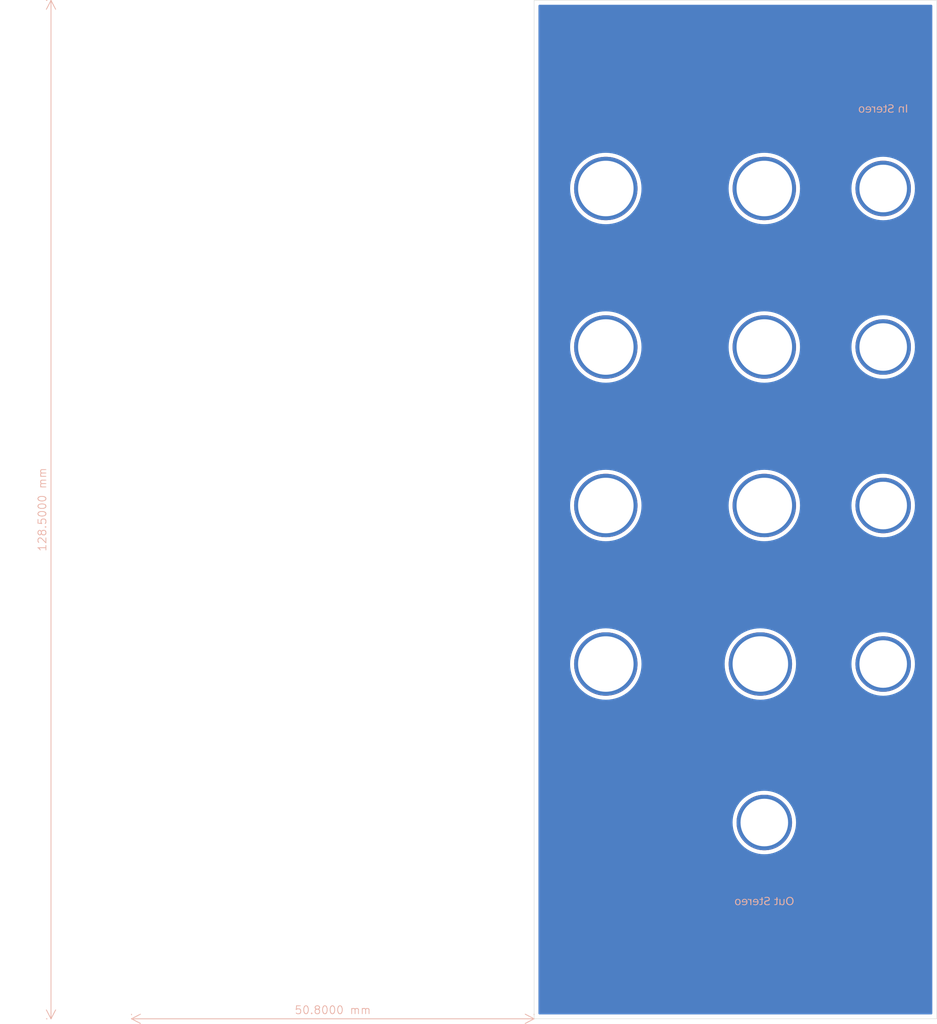
<source format=kicad_pcb>
(kicad_pcb
	(version 20240108)
	(generator "pcbnew")
	(generator_version "8.0")
	(general
		(thickness 1.6)
		(legacy_teardrops no)
	)
	(paper "A4")
	(layers
		(0 "F.Cu" signal)
		(31 "B.Cu" signal)
		(32 "B.Adhes" user "B.Adhesive")
		(33 "F.Adhes" user "F.Adhesive")
		(34 "B.Paste" user)
		(35 "F.Paste" user)
		(36 "B.SilkS" user "B.Silkscreen")
		(37 "F.SilkS" user "F.Silkscreen")
		(38 "B.Mask" user)
		(39 "F.Mask" user)
		(40 "Dwgs.User" user "User.Drawings")
		(41 "Cmts.User" user "User.Comments")
		(42 "Eco1.User" user "User.Eco1")
		(43 "Eco2.User" user "User.Eco2")
		(44 "Edge.Cuts" user)
		(45 "Margin" user)
		(46 "B.CrtYd" user "B.Courtyard")
		(47 "F.CrtYd" user "F.Courtyard")
		(48 "B.Fab" user)
		(49 "F.Fab" user)
		(50 "User.1" user)
		(51 "User.2" user)
		(52 "User.3" user)
		(53 "User.4" user)
		(54 "User.5" user)
		(55 "User.6" user)
		(56 "User.7" user)
		(57 "User.8" user)
		(58 "User.9" user)
	)
	(setup
		(pad_to_mask_clearance 0)
		(allow_soldermask_bridges_in_footprints no)
		(grid_origin 156.85 61.735)
		(pcbplotparams
			(layerselection 0x00010f0_ffffffff)
			(plot_on_all_layers_selection 0x0000000_00000000)
			(disableapertmacros no)
			(usegerberextensions no)
			(usegerberattributes yes)
			(usegerberadvancedattributes yes)
			(creategerberjobfile yes)
			(dashed_line_dash_ratio 12.000000)
			(dashed_line_gap_ratio 3.000000)
			(svgprecision 4)
			(plotframeref no)
			(viasonmask no)
			(mode 1)
			(useauxorigin no)
			(hpglpennumber 1)
			(hpglpenspeed 20)
			(hpglpendiameter 15.000000)
			(pdf_front_fp_property_popups yes)
			(pdf_back_fp_property_popups yes)
			(dxfpolygonmode yes)
			(dxfimperialunits yes)
			(dxfusepcbnewfont yes)
			(psnegative no)
			(psa4output no)
			(plotreference yes)
			(plotvalue yes)
			(plotfptext yes)
			(plotinvisibletext no)
			(sketchpadsonfab no)
			(subtractmaskfromsilk no)
			(outputformat 1)
			(mirror no)
			(drillshape 0)
			(scaleselection 1)
			(outputdirectory "Gerber/")
		)
	)
	(net 0 "")
	(net 1 "GND")
	(gr_rect
		(start 112.8 38)
		(end 163.6 166.5)
		(stroke
			(width 0.05)
			(type default)
		)
		(fill none)
		(layer "Edge.Cuts")
		(uuid "9d545d72-fdea-4988-afad-021671dfbb0c")
	)
	(gr_rect
		(start 112.8 38)
		(end 163.6 166.5)
		(stroke
			(width 0.1)
			(type default)
		)
		(fill none)
		(layer "Margin")
		(uuid "8592db5d-ecc8-4e5a-ad97-624995459fb9")
	)
	(gr_circle
		(center 141.85 141.735)
		(end 144.85 141.735)
		(stroke
			(width 0.1)
			(type default)
		)
		(fill none)
		(layer "User.9")
		(uuid "1a7a8a5b-abe3-4e28-8340-a9194ec5e69f")
	)
	(gr_circle
		(center 156.85 121.735)
		(end 159.85 121.735)
		(stroke
			(width 0.1)
			(type default)
		)
		(fill none)
		(layer "User.9")
		(uuid "281443c2-d3fb-4a5d-a789-54c4e8f7ec3e")
	)
	(gr_circle
		(center 141.85 121.735)
		(end 145.35 121.735)
		(stroke
			(width 0.1)
			(type default)
		)
		(fill none)
		(layer "User.9")
		(uuid "2a776a6b-a1f0-47c2-93e1-39a73cd85c6e")
	)
	(gr_circle
		(center 156.85 101.735)
		(end 159.85 101.735)
		(stroke
			(width 0.1)
			(type default)
		)
		(fill none)
		(layer "User.9")
		(uuid "2bdee25a-9e2b-411b-a9c1-66533529619f")
	)
	(gr_circle
		(center 121.85 121.735)
		(end 125.35 121.735)
		(stroke
			(width 0.1)
			(type default)
		)
		(fill none)
		(layer "User.9")
		(uuid "450cbd94-7dbb-41ad-992a-8c8f11aefac4")
	)
	(gr_circle
		(center 141.85 81.735)
		(end 145.35 81.735)
		(stroke
			(width 0.1)
			(type default)
		)
		(fill none)
		(layer "User.9")
		(uuid "5b438220-4e30-4480-8eb9-1149650e5a51")
	)
	(gr_circle
		(center 141.85 61.735)
		(end 145.35 61.735)
		(stroke
			(width 0.1)
			(type default)
		)
		(fill none)
		(layer "User.9")
		(uuid "5dfc9ba0-0494-4253-ab52-172487b890db")
	)
	(gr_circle
		(center 121.85 81.735)
		(end 125.35 81.735)
		(stroke
			(width 0.1)
			(type default)
		)
		(fill none)
		(layer "User.9")
		(uuid "75549c66-7e1a-497e-b623-a3cb46809fbe")
	)
	(gr_circle
		(center 156.85 81.735)
		(end 159.85 81.735)
		(stroke
			(width 0.1)
			(type default)
		)
		(fill none)
		(layer "User.9")
		(uuid "c2dd57dd-bc1a-4da3-b7ae-a7917c9f5081")
	)
	(gr_circle
		(center 141.85 101.735)
		(end 145.35 101.735)
		(stroke
			(width 0.1)
			(type default)
		)
		(fill none)
		(layer "User.9")
		(uuid "c5ad1e22-9b34-4305-96dd-fd88595dced0")
	)
	(gr_circle
		(center 121.85 61.735)
		(end 125.35 61.735)
		(stroke
			(width 0.1)
			(type default)
		)
		(fill none)
		(layer "User.9")
		(uuid "d982141a-413f-4f9c-be2a-3fbef2b0fc6f")
	)
	(gr_circle
		(center 156.85 61.735)
		(end 159.85 61.735)
		(stroke
			(width 0.1)
			(type default)
		)
		(fill none)
		(layer "User.9")
		(uuid "db4f60ff-a7e7-478d-8fff-e22488df133a")
	)
	(gr_circle
		(center 121.85 101.735)
		(end 125.35 101.735)
		(stroke
			(width 0.1)
			(type default)
		)
		(fill none)
		(layer "User.9")
		(uuid "feeb0e3a-8fb6-411b-9289-9a1837e77e58")
	)
	(gr_text "Out Stereo"
		(at 141.85 151.735 0)
		(layer "B.SilkS")
		(uuid "c8a1613d-a981-4437-8483-e3e345a08bb0")
		(effects
			(font
				(face "Dune Rise")
				(size 1 1)
				(thickness 0.125)
			)
			(justify mirror)
		)
		(render_cache "Out Stereo" 0
			(polygon
				(pts
					(xy 147.682163 151.027674) (xy 147.737789 151.03619) (xy 147.791473 151.050038) (xy 147.842936 151.068939)
					(xy 147.891895 151.092609) (xy 147.938071 151.120767) (xy 147.981182 151.153133) (xy 148.020947 151.189423)
					(xy 148.057086 151.229357) (xy 148.089317 151.272653) (xy 148.117361 151.319029) (xy 148.140935 151.368205)
					(xy 148.159759 151.419898) (xy 148.173553 151.473826) (xy 148.182036 151.529709) (xy 148.184925 151.587264)
					(xy 148.182036 151.644862) (xy 148.173553 151.700783) (xy 148.159759 151.754744) (xy 148.140935 151.806464)
					(xy 148.117361 151.855663) (xy 148.089317 151.90206) (xy 148.057086 151.945372) (xy 148.020947 151.985319)
					(xy 147.981182 152.021619) (xy 147.938071 152.053992) (xy 147.891895 152.082156) (xy 147.842936 152.10583)
					(xy 147.791473 152.124732) (xy 147.737789 152.138582) (xy 147.682163 152.147098) (xy 147.624877 152.15)
					(xy 147.56763 152.147098) (xy 147.512034 152.138582) (xy 147.45837 152.124732) (xy 147.40692 152.10583)
					(xy 147.357966 152.082156) (xy 147.31179 152.053992) (xy 147.268673 152.021619) (xy 147.228898 151.985319)
					(xy 147.192746 151.945372) (xy 147.1605 151.90206) (xy 147.132442 151.855663) (xy 147.108852 151.806464)
					(xy 147.090014 151.754744) (xy 147.07621 151.700783) (xy 147.06772 151.644862) (xy 147.064828 151.587264)
					(xy 147.158861 151.587264) (xy 147.164241 151.658602) (xy 147.179849 151.726588) (xy 147.204889 151.790424)
					(xy 147.238563 151.849307) (xy 147.280074 151.902438) (xy 147.328626 151.949016) (xy 147.383421 151.988241)
					(xy 147.443664 152.01931) (xy 147.508555 152.041426) (xy 147.5773 152.053785) (xy 147.624877 152.05621)
					(xy 147.695747 152.050799) (xy 147.763296 152.035098) (xy 147.826726 152.009909) (xy 147.885241 151.976032)
					(xy 147.938044 151.934268) (xy 147.984338 151.885417) (xy 148.023325 151.830279) (xy 148.05421 151.769656)
					(xy 148.076194 151.704348) (xy 148.088481 151.635155) (xy 148.090892 151.587264) (xy 148.085512 151.515989)
					(xy 148.069904 151.448053) (xy 148.044864 151.384258) (xy 148.01119 151.325405) (xy 147.969679 151.272297)
					(xy 147.921127 151.225735) (xy 147.866332 151.186522) (xy 147.806089 151.155458) (xy 147.741198 151.133346)
					(xy 147.672453 151.120987) (xy 147.624877 151.118562) (xy 147.554006 151.123973) (xy 147.486457 151.139672)
					(xy 147.423027 151.164857) (xy 147.364512 151.198727) (xy 147.311709 151.240479) (xy 147.265415 151.289312)
					(xy 147.226428 151.344424) (xy 147.195543 151.405013) (xy 147.173559 151.470278) (xy 147.161272 151.539416)
					(xy 147.158861 151.587264) (xy 147.064828 151.587264) (xy 147.06772 151.529709) (xy 147.07621 151.473826)
					(xy 147.090014 151.419898) (xy 147.108852 151.368205) (xy 147.132442 151.319029) (xy 147.1605 151.272653)
					(xy 147.192746 151.229357) (xy 147.228898 151.189423) (xy 147.268673 151.153133) (xy 147.31179 151.120767)
					(xy 147.357966 151.092609) (xy 147.40692 151.068939) (xy 147.45837 151.050038) (xy 147.512034 151.03619)
					(xy 147.56763 151.027674) (xy 147.624877 151.024773)
				)
			)
			(polygon
				(pts
					(xy 145.758861 151.587508) (xy 145.764241 151.658783) (xy 145.779849 151.726719) (xy 145.804889 151.790515)
					(xy 145.838563 151.849367) (xy 145.880074 151.902475) (xy 145.928626 151.949037) (xy 145.983421 151.98825)
					(xy 146.043664 152.019314) (xy 146.108555 152.041427) (xy 146.1773 152.053785) (xy 146.224877 152.05621)
					(xy 146.295747 152.050799) (xy 146.363296 152.0351) (xy 146.426726 152.009915) (xy 146.485241 151.976045)
					(xy 146.538044 151.934293) (xy 146.584338 151.88546) (xy 146.623325 151.830348) (xy 146.65421 151.769759)
					(xy 146.676194 151.704495) (xy 146.688481 151.635356) (xy 146.690892 151.587508) (xy 146.690892 151.024528)
					(xy 146.784925 151.024528) (xy 146.784925 151.587508) (xy 146.782036 151.645063) (xy 146.773553 151.700946)
					(xy 146.759759 151.754875) (xy 146.740935 151.806567) (xy 146.717361 151.855743) (xy 146.689317 151.902119)
					(xy 146.657086 151.945415) (xy 146.620947 151.985349) (xy 146.581182 152.02164) (xy 146.538071 152.054005)
					(xy 146.491895 152.082163) (xy 146.442936 152.105834) (xy 146.391473 152.124734) (xy 146.337789 152.138583)
					(xy 146.282163 152.147098) (xy 146.224877 152.15) (xy 146.16763 152.147098) (xy 146.112034 152.138583)
					(xy 146.05837 152.124734) (xy 146.00692 152.105834) (xy 145.957966 152.082163) (xy 145.91179 152.054005)
					(xy 145.868673 152.02164) (xy 145.828898 151.985349) (xy 145.792746 151.945415) (xy 145.7605 151.902119)
					(xy 145.732442 151.855743) (xy 145.708852 151.806567) (xy 145.690014 151.754875) (xy 145.67621 151.700946)
					(xy 145.66772 151.645063) (xy 145.664828 151.587508) (xy 145.664828 151.024528) (xy 145.758861 151.024528)
				)
			)
			(polygon
				(pts
					(xy 145.384925 151.118562) (xy 144.872015 151.118562) (xy 144.872015 152.15) (xy 144.777982 152.15)
					(xy 144.777982 151.118562) (xy 144.264828 151.118562) (xy 144.264828 151.024773) (xy 145.384925 151.024773)
				)
			)
			(polygon
				(pts
					(xy 143.121771 151.024773) (xy 143.182911 151.030948) (xy 143.239855 151.048667) (xy 143.291383 151.076718)
					(xy 143.336277 151.113891) (xy 143.373317 151.158975) (xy 143.401284 151.21076) (xy 143.418958 151.268034)
					(xy 143.425121 151.329588) (xy 143.418958 151.391071) (xy 143.401284 151.448313) (xy 143.373317 151.500093)
					(xy 143.336277 151.545193) (xy 143.291383 151.582393) (xy 143.239855 151.610475) (xy 143.182911 151.628218)
					(xy 143.121771 151.634403) (xy 142.608617 151.634403) (xy 142.556315 151.641048) (xy 142.508821 151.659874)
					(xy 142.467797 151.689213) (xy 142.434902 151.727401) (xy 142.411796 151.772771) (xy 142.400141 151.823658)
					(xy 142.399057 151.845184) (xy 142.405667 151.897827) (xy 142.424392 151.945645) (xy 142.45357 151.98696)
					(xy 142.491542 152.020095) (xy 142.536647 152.043373) (xy 142.587225 152.055118) (xy 142.608617 152.05621)
					(xy 143.425121 152.05621) (xy 143.425121 152.15) (xy 142.608617 152.15) (xy 142.547467 152.143824)
					(xy 142.490495 152.126106) (xy 142.438927 152.098054) (xy 142.393989 152.060881) (xy 142.356904 152.015797)
					(xy 142.328898 151.964012) (xy 142.311196 151.906738) (xy 142.305023 151.845184) (xy 142.311196 151.783631)
					(xy 142.328898 151.726356) (xy 142.356904 151.674572) (xy 142.393989 151.629487) (xy 142.438927 151.592314)
					(xy 142.490495 151.564263) (xy 142.547467 151.546545) (xy 142.608617 151.540369) (xy 143.121771 151.540369)
					(xy 143.174057 151.533708) (xy 143.22151 151.514842) (xy 143.262481 151.485448) (xy 143.29532 151.447204)
					(xy 143.318378 151.401786) (xy 143.330006 151.350872) (xy 143.331087 151.329344) (xy 143.324493 151.276798)
					(xy 143.305809 151.229048) (xy 143.276684 151.187776) (xy 143.238769 151.154665) (xy 143.193711 151.131397)
					(xy 143.14316 151.119655) (xy 143.121771 151.118562) (xy 142.305023 151.118562) (xy 142.305023 151.024773)
				)
			)
			(polygon
				(pts
					(xy 142.025121 151.118562) (xy 141.512211 151.118562) (xy 141.512211 152.15) (xy 141.418177 152.15)
					(xy 141.418177 151.118562) (xy 140.905023 151.118562) (xy 140.905023 151.024773) (xy 142.025121 151.024773)
				)
			)
			(polygon
				(pts
					(xy 140.83517 151.587264) (xy 140.83228 151.644862) (xy 140.823798 151.700783) (xy 140.810004 151.754744)
					(xy 140.791179 151.806464) (xy 140.767605 151.855663) (xy 140.739561 151.90206) (xy 140.70733 151.945372)
					(xy 140.671191 151.985319) (xy 140.631426 152.021619) (xy 140.588315 152.053992) (xy 140.542139 152.082156)
					(xy 140.49318 152.10583) (xy 140.441718 152.124732) (xy 140.388033 152.138582) (xy 140.332407 152.147098)
					(xy 140.275121 152.15) (xy 139.715072 152.15) (xy 139.715072 152.05621) (xy 140.275121 152.05621)
					(xy 140.341703 152.051433) (xy 140.405412 152.037544) (xy 140.465586 152.015207) (xy 140.521567 151.985087)
					(xy 140.572695 151.947847) (xy 140.618311 151.904152) (xy 140.657757 151.854666) (xy 140.690372 151.800053)
					(xy 140.715497 151.740977) (xy 140.732473 151.678102) (xy 140.738938 151.634403) (xy 139.715072 151.634403)
					(xy 139.715072 151.540369) (xy 140.738938 151.540369) (xy 140.727761 151.475337) (xy 140.707995 151.413671)
					(xy 140.6803 151.356033) (xy 140.645335 151.303086) (xy 140.603759 151.255489) (xy 140.556232 151.213907)
					(xy 140.503413 151.178999) (xy 140.445961 151.151428) (xy 140.384536 151.131855) (xy 140.319796 151.120943)
					(xy 140.275121 151.118806) (xy 139.715072 151.118806) (xy 139.715072 151.024773) (xy 140.275121 151.024773)
					(xy 140.332407 151.027674) (xy 140.388033 151.03619) (xy 140.441718 151.050038) (xy 140.49318 151.068939)
					(xy 140.542139 151.092609) (xy 140.588315 151.120767) (xy 140.631426 151.153133) (xy 140.671191 151.189423)
					(xy 140.70733 151.229357) (xy 140.739561 151.272653) (xy 140.767605 151.319029) (xy 140.791179 151.368205)
					(xy 140.810004 151.419898) (xy 140.823798 151.473826) (xy 140.83228 151.529709)
				)
			)
			(polygon
				(pts
					(xy 139.43517 152.15) (xy 139.341136 152.15) (xy 139.341136 151.634403) (xy 138.618422 151.634403)
					(xy 138.566217 151.641047) (xy 138.518791 151.659866) (xy 138.477809 151.689188) (xy 138.444938 151.727342)
					(xy 138.421842 151.772655) (xy 138.41019 151.823457) (xy 138.409105 151.84494) (xy 138.409105 152.15)
					(xy 138.315072 152.15) (xy 138.315072 151.84494) (xy 138.319115 151.795084) (xy 138.334018 151.738759)
					(xy 138.358837 151.687304) (xy 138.392461 151.64183) (xy 138.43378 151.603448) (xy 138.456977 151.587264)
					(xy 138.412228 151.552845) (xy 138.374618 151.510778) (xy 138.345258 151.462175) (xy 138.325258 151.408146)
					(xy 138.316543 151.359779) (xy 138.315072 151.329588) (xy 138.409105 151.329588) (xy 138.415715 151.382118)
					(xy 138.434433 151.429834) (xy 138.463594 151.47107) (xy 138.501531 151.504159) (xy 138.54658 151.527437)
					(xy 138.597073 151.539237) (xy 138.618422 151.540369) (xy 139.34138 151.540369) (xy 139.34138 151.118562)
					(xy 138.618666 151.118562) (xy 138.566363 151.125223) (xy 138.51887 151.144089) (xy 138.477845 151.173483)
					(xy 138.44495 151.211727) (xy 138.421845 151.257145) (xy 138.41019 151.308059) (xy 138.409105 151.329588)
					(xy 138.315072 151.329588) (xy 138.321245 151.268034) (xy 138.338947 151.21076) (xy 138.366953 151.158975)
					(xy 138.404037 151.113891) (xy 138.448976 151.076718) (xy 138.500544 151.048667) (xy 138.557515 151.030948)
					(xy 138.618666 151.024773) (xy 139.43517 151.024773)
				)
			)
			(polygon
				(pts
					(xy 138.03517 151.587264) (xy 138.03228 151.644862) (xy 138.023798 151.700783) (xy 138.010004 151.754744)
					(xy 137.991179 151.806464) (xy 137.967605 151.855663) (xy 137.939561 151.90206) (xy 137.90733 151.945372)
					(xy 137.871191 151.985319) (xy 137.831426 152.021619) (xy 137.788315 152.053992) (xy 137.742139 152.082156)
					(xy 137.69318 152.10583) (xy 137.641718 152.124732) (xy 137.588033 152.138582) (xy 137.532407 152.147098)
					(xy 137.475121 152.15) (xy 136.915072 152.15) (xy 136.915072 152.05621) (xy 137.475121 152.05621)
					(xy 137.541703 152.051433) (xy 137.605412 152.037544) (xy 137.665586 152.015207) (xy 137.721567 151.985087)
					(xy 137.772695 151.947847) (xy 137.818311 151.904152) (xy 137.857757 151.854666) (xy 137.890372 151.800053)
					(xy 137.915497 151.740977) (xy 137.932473 151.678102) (xy 137.938938 151.634403) (xy 136.915072 151.634403)
					(xy 136.915072 151.540369) (xy 137.938938 151.540369) (xy 137.927761 151.475337) (xy 137.907995 151.413671)
					(xy 137.8803 151.356033) (xy 137.845335 151.303086) (xy 137.803759 151.255489) (xy 137.756232 151.213907)
					(xy 137.703413 151.178999) (xy 137.645961 151.151428) (xy 137.584536 151.131855) (xy 137.519796 151.120943)
					(xy 137.475121 151.118806) (xy 136.915072 151.118806) (xy 136.915072 151.024773) (xy 137.475121 151.024773)
					(xy 137.532407 151.027674) (xy 137.588033 151.03619) (xy 137.641718 151.050038) (xy 137.69318 151.068939)
					(xy 137.742139 151.092609) (xy 137.788315 151.120767) (xy 137.831426 151.153133) (xy 137.871191 151.189423)
					(xy 137.90733 151.229357) (xy 137.939561 151.272653) (xy 137.967605 151.319029) (xy 137.991179 151.368205)
					(xy 138.010004 151.419898) (xy 138.023798 151.473826) (xy 138.03228 151.529709)
				)
			)
			(polygon
				(pts
					(xy 136.122411 151.527629) (xy 136.145099 151.572503) (xy 136.145463 151.579692) (xy 136.127184 151.626776)
					(xy 136.08231 151.649427) (xy 136.075121 151.64979) (xy 136.02783 151.631537) (xy 136.005142 151.586839)
					(xy 136.004779 151.579692) (xy 136.023057 151.532402) (xy 136.067931 151.509714) (xy 136.075121 151.509351)
				)
			)
			(polygon
				(pts
					(xy 136.132407 151.02764) (xy 136.188033 151.036055) (xy 136.241718 151.049737) (xy 136.29318 151.068408)
					(xy 136.342139 151.091787) (xy 136.388315 151.119595) (xy 136.431426 151.151552) (xy 136.471191 151.187377)
					(xy 136.50733 151.226792) (xy 136.539561 151.269516) (xy 136.567605 151.31527) (xy 136.591179 151.363774)
					(xy 136.610004 151.414748) (xy 136.623798 151.467912) (xy 136.63228 151.522987) (xy 136.63517 151.579692)
					(xy 136.63228 151.6381) (xy 136.623798 151.694799) (xy 136.610004 151.749503) (xy 136.591179 151.801931)
					(xy 136.567605 151.851796) (xy 136.539561 151.898816) (xy 136.50733 151.942706) (xy 136.471191 151.983182)
					(xy 136.431426 152.01996) (xy 136.388315 152.052756) (xy 136.342139 152.081285) (xy 136.29318 152.105265)
					(xy 136.241718 152.12441) (xy 136.188033 152.138437) (xy 136.132407 152.147062) (xy 136.075121 152.15)
					(xy 136.017875 152.147062) (xy 135.962279 152.138437) (xy 135.908615 152.12441) (xy 135.857165 152.105265)
					(xy 135.80821 152.081285) (xy 135.762034 152.052756) (xy 135.718917 152.01996) (xy 135.679142 151.983182)
					(xy 135.642991 151.942706) (xy 135.610744 151.898816) (xy 135.582686 151.851796) (xy 135.559097 151.801931)
					(xy 135.540259 151.749503) (xy 135.526454 151.694799) (xy 135.517964 151.6381) (xy 135.515072 151.579692)
					(xy 135.609105 151.579692) (xy 135.614485 151.651951) (xy 135.630093 151.720895) (xy 135.655133 151.785696)
					(xy 135.688807 151.845527) (xy 135.730318 151.899558) (xy 135.77887 151.946962) (xy 135.833666 151.98691)
					(xy 135.893908 152.018574) (xy 135.9588 152.041125) (xy 136.027544 152.053735) (xy 136.075121 152.05621)
					(xy 136.145991 152.050688) (xy 136.21354 152.034672) (xy 136.27697 152.008991) (xy 136.335486 151.974474)
					(xy 136.388288 151.931948) (xy 136.434582 151.882243) (xy 136.47357 151.826187) (xy 136.504454 151.764607)
					(xy 136.526438 151.698333) (xy 136.538725 151.628192) (xy 136.541136 151.579692) (xy 136.535756 151.509451)
					(xy 136.520148 151.44254) (xy 136.495109 151.379743) (xy 136.461435 151.321839) (xy 136.419923 151.269611)
					(xy 136.371371 151.223839) (xy 136.316576 151.185305) (xy 136.256334 151.15479) (xy 136.191442 151.133075)
					(xy 136.122697 151.120942) (xy 136.075121 151.118562) (xy 136.00425 151.123874) (xy 135.936702 151.139287)
					(xy 135.873271 151.164022) (xy 135.814756 151.197297) (xy 135.761953 151.238331) (xy 135.715659 151.286342)
					(xy 135.676672 151.340548) (xy 135.645788 151.40017) (xy 135.623803 151.464425) (xy 135.611516 151.532533)
					(xy 135.609105 151.579692) (xy 135.515072 151.579692) (xy 135.517964 151.522987) (xy 135.526454 151.467912)
					(xy 135.540259 151.414748) (xy 135.559097 151.363774) (xy 135.582686 151.31527) (xy 135.610744 151.269516)
					(xy 135.642991 151.226792) (xy 135.679142 151.187377) (xy 135.718917 151.151552) (xy 135.762034 151.119595)
					(xy 135.80821 151.091787) (xy 135.857165 151.068408) (xy 135.908615 151.049737) (xy 135.962279 151.036055)
					(xy 136.017875 151.02764) (xy 136.075121 151.024773)
				)
			)
		)
	)
	(gr_text "In Stereo"
		(at 156.85 51.735 0)
		(layer "B.SilkS")
		(uuid "e7aed4f7-ccbd-495e-9e57-167df932649f")
		(effects
			(font
				(face "Dune Rise")
				(size 1 1)
				(thickness 0.125)
			)
			(justify mirror)
		)
		(render_cache "In Stereo" 0
			(polygon
				(pts
					(xy 161.971772 52.15) (xy 161.877738 52.15) (xy 161.877982 51.024528) (xy 161.971772 51.024528)
				)
			)
			(polygon
				(pts
					(xy 161.038275 51.024773) (xy 161.095562 51.027671) (xy 161.151188 51.036179) (xy 161.204872 51.050016)
					(xy 161.256335 51.068901) (xy 161.305294 51.092552) (xy 161.35147 51.12069) (xy 161.39458 51.153033)
					(xy 161.434346 51.189301) (xy 161.470485 51.229212) (xy 161.502716 51.272486) (xy 161.530759 51.318842)
					(xy 161.554334 51.367999) (xy 161.573158 51.419676) (xy 161.586952 51.473592) (xy 161.595434 51.529467)
					(xy 161.598324 51.58702) (xy 161.598324 52.15) (xy 161.504291 52.15) (xy 161.504291 51.58702) (xy 161.498911 51.515807)
					(xy 161.483303 51.447922) (xy 161.458263 51.384167) (xy 161.424589 51.325345) (xy 161.383078 51.272261)
					(xy 161.334526 51.225715) (xy 161.279731 51.186512) (xy 161.219488 51.155454) (xy 161.154597 51.133345)
					(xy 161.085852 51.120987) (xy 161.038275 51.118562) (xy 160.967405 51.123973) (xy 160.899856 51.139671)
					(xy 160.836426 51.164852) (xy 160.777911 51.198714) (xy 160.725108 51.240454) (xy 160.678814 51.289269)
					(xy 160.639827 51.344355) (xy 160.608942 51.40491) (xy 160.586958 51.470131) (xy 160.574671 51.539215)
					(xy 160.57226 51.58702) (xy 160.57226 52.15) (xy 160.478227 52.15) (xy 160.478227 51.58702) (xy 160.481119 51.529467)
					(xy 160.489609 51.473592) (xy 160.503413 51.419676) (xy 160.522251 51.367999) (xy 160.545841 51.318842)
					(xy 160.573899 51.272486) (xy 160.606145 51.229212) (xy 160.642297 51.189301) (xy 160.682072 51.153033)
					(xy 160.725189 51.12069) (xy 160.771365 51.092552) (xy 160.820319 51.068901) (xy 160.871769 51.050016)
					(xy 160.925433 51.036179) (xy 160.981029 51.027671)
				)
			)
			(polygon
				(pts
					(xy 159.33517 51.024773) (xy 159.39631 51.030948) (xy 159.453254 51.048667) (xy 159.504782 51.076718)
					(xy 159.549676 51.113891) (xy 159.586716 51.158975) (xy 159.614683 51.21076) (xy 159.632357 51.268034)
					(xy 159.63852 51.329588) (xy 159.632357 51.391071) (xy 159.614683 51.448313) (xy 159.586716 51.500093)
					(xy 159.549676 51.545193) (xy 159.504782 51.582393) (xy 159.453254 51.610475) (xy 159.39631 51.628218)
					(xy 159.33517 51.634403) (xy 158.822016 51.634403) (xy 158.769714 51.641048) (xy 158.72222 51.659874)
					(xy 158.681196 51.689213) (xy 158.6483 51.727401) (xy 158.625195 51.772771) (xy 158.61354 51.823658)
					(xy 158.612455 51.845184) (xy 158.619066 51.897827) (xy 158.637791 51.945645) (xy 158.666969 51.98696)
					(xy 158.704941 52.020095) (xy 158.750046 52.043373) (xy 158.800624 52.055118) (xy 158.822016 52.05621)
					(xy 159.63852 52.05621) (xy 159.63852 52.15) (xy 158.822016 52.15) (xy 158.760865 52.143824) (xy 158.703894 52.126106)
					(xy 158.652326 52.098054) (xy 158.607387 52.060881) (xy 158.570303 52.015797) (xy 158.542297 51.964012)
					(xy 158.524595 51.906738) (xy 158.518422 51.845184) (xy 158.524595 51.783631) (xy 158.542297 51.726356)
					(xy 158.570303 51.674572) (xy 158.607387 51.629487) (xy 158.652326 51.592314) (xy 158.703894 51.564263)
					(xy 158.760865 51.546545) (xy 158.822016 51.540369) (xy 159.33517 51.540369) (xy 159.387456 51.533708)
					(xy 159.434909 51.514842) (xy 159.47588 51.485448) (xy 159.508718 51.447204) (xy 159.531776 51.401786)
					(xy 159.543405 51.350872) (xy 159.544486 51.329344) (xy 159.537892 51.276798) (xy 159.519208 51.229048)
					(xy 159.490083 51.187776) (xy 159.452168 51.154665) (xy 159.40711 51.131397) (xy 159.356559 51.119655)
					(xy 159.33517 51.118562) (xy 158.518422 51.118562) (xy 158.518422 51.024773)
				)
			)
			(polygon
				(pts
					(xy 158.23852 51.118562) (xy 157.72561 51.118562) (xy 157.72561 52.15) (xy 157.631576 52.15) (xy 157.631576 51.118562)
					(xy 157.118422 51.118562) (xy 157.118422 51.024773) (xy 158.23852 51.024773)
				)
			)
			(polygon
				(pts
					(xy 157.048569 51.587264) (xy 157.045679 51.644862) (xy 157.037196 51.700783) (xy 157.023403 51.754744)
					(xy 157.004578 51.806464) (xy 156.981004 51.855663) (xy 156.95296 51.90206) (xy 156.920729 51.945372)
					(xy 156.88459 51.985319) (xy 156.844825 52.021619) (xy 156.801714 52.053992) (xy 156.755538 52.082156)
					(xy 156.706579 52.10583) (xy 156.655116 52.124732) (xy 156.601432 52.138582) (xy 156.545806 52.147098)
					(xy 156.48852 52.15) (xy 155.928471 52.15) (xy 155.928471 52.05621) (xy 156.48852 52.05621) (xy 156.555102 52.051433)
					(xy 156.61881 52.037544) (xy 156.678985 52.015207) (xy 156.734965 51.985087) (xy 156.786094 51.947847)
					(xy 156.83171 51.904152) (xy 156.871156 51.854666) (xy 156.903771 51.800053) (xy 156.928896 51.740977)
					(xy 156.945872 51.678102) (xy 156.952337 51.634403) (xy 155.928471 51.634403) (xy 155.928471 51.540369)
					(xy 156.952337 51.540369) (xy 156.94116 51.475337) (xy 156.921394 51.413671) (xy 156.893699 51.356033)
					(xy 156.858734 51.303086) (xy 156.817158 51.255489) (xy 156.769631 51.213907) (xy 156.716812 51.178999)
					(xy 156.65936 51.151428) (xy 156.597935 51.131855) (xy 156.533195 51.120943) (xy 156.48852 51.118806)
					(xy 155.928471 51.118806) (xy 155.928471 51.024773) (xy 156.48852 51.024773) (xy 156.545806 51.027674)
					(xy 156.601432 51.03619) (xy 156.655116 51.050038) (xy 156.706579 51.068939) (xy 156.755538 51.092609)
					(xy 156.801714 51.120767) (xy 156.844825 51.153133) (xy 156.88459 51.189423) (xy 156.920729 51.229357)
					(xy 156.95296 51.272653) (xy 156.981004 51.319029) (xy 157.004578 51.368205) (xy 157.023403 51.419898)
					(xy 157.037196 51.473826) (xy 157.045679 51.529709)
				)
			)
			(polygon
				(pts
					(xy 155.648569 52.15) (xy 155.554535 52.15) (xy 155.554535 51.634403) (xy 154.83182 51.634403)
					(xy 154.779616 51.641047) (xy 154.73219 51.659866) (xy 154.691208 51.689188) (xy 154.658336 51.727342)
					(xy 154.635241 51.772655) (xy 154.623589 51.823457) (xy 154.622504 51.84494) (xy 154.622504 52.15)
					(xy 154.528471 52.15) (xy 154.528471 51.84494) (xy 154.532514 51.795084) (xy 154.547417 51.738759)
					(xy 154.572236 51.687304) (xy 154.60586 51.64183) (xy 154.647179 51.603448) (xy 154.670376 51.587264)
					(xy 154.625627 51.552845) (xy 154.588017 51.510778) (xy 154.558656 51.462175) (xy 154.538657 51.408146)
					(xy 154.529942 51.359779) (xy 154.528471 51.329588) (xy 154.622504 51.329588) (xy 154.629114 51.382118)
					(xy 154.647832 51.429834) (xy 154.676993 51.47107) (xy 154.71493 51.504159) (xy 154.759979 51.527437)
					(xy 154.810472 51.539237) (xy 154.83182 51.540369) (xy 155.554779 51.540369) (xy 155.554779 51.118562)
					(xy 154.832065 51.118562) (xy 154.779762 51.125223) (xy 154.732269 51.144089) (xy 154.691244 51.173483)
					(xy 154.658349 51.211727) (xy 154.635244 51.257145) (xy 154.623589 51.308059) (xy 154.622504 51.329588)
					(xy 154.528471 51.329588) (xy 154.534644 51.268034) (xy 154.552346 51.21076) (xy 154.580351 51.158975)
					(xy 154.617436 51.113891) (xy 154.662375 51.076718) (xy 154.713943 51.048667) (xy 154.770914 51.030948)
					(xy 154.832065 51.024773) (xy 155.648569 51.024773)
				)
			)
			(polygon
				(pts
					(xy 154.248569 51.587264) (xy 154.245679 51.644862) (xy 154.237196 51.700783) (xy 154.223403 51.754744)
					(xy 154.204578 51.806464) (xy 154.181004 51.855663) (xy 154.15296 51.90206) (xy 154.120729 51.945372)
					(xy 154.08459 51.985319) (xy 154.044825 52.021619) (xy 154.001714 52.053992) (xy 153.955538 52.082156)
					(xy 153.906579 52.10583) (xy 153.855116 52.124732) (xy 153.801432 52.138582) (xy 153.745806 52.147098)
					(xy 153.68852 52.15) (xy 153.128471 52.15) (xy 153.128471 52.05621) (xy 153.68852 52.05621) (xy 153.755102 52.051433)
					(xy 153.81881 52.037544) (xy 153.878985 52.015207) (xy 153.934965 51.985087) (xy 153.986094 51.947847)
					(xy 154.03171 51.904152) (xy 154.071156 51.854666) (xy 154.103771 51.800053) (xy 154.128896 51.740977)
					(xy 154.145872 51.678102) (xy 154.152337 51.634403) (xy 153.128471 51.634403) (xy 153.128471 51.540369)
					(xy 154.152337 51.540369) (xy 154.14116 51.475337) (xy 154.121394 51.413671) (xy 154.093699 51.356033)
					(xy 154.058734 51.303086) (xy 154.017158 51.255489) (xy 153.969631 51.213907) (xy 153.916812 51.178999)
					(xy 153.85936 51.151428) (xy 153.797935 51.131855) (xy 153.733195 51.120943) (xy 153.68852 51.118806)
					(xy 153.128471 51.118806) (xy 153.128471 51.024773) (xy 153.68852 51.024773) (xy 153.745806 51.027674)
					(xy 153.801432 51.03619) (xy 153.855116 51.050038) (xy 153.906579 51.068939) (xy 153.955538 51.092609)
					(xy 154.001714 51.120767) (xy 154.044825 51.153133) (xy 154.08459 51.189423) (xy 154.120729 51.229357)
					(xy 154.15296 51.272653) (xy 154.181004 51.319029) (xy 154.204578 51.368205) (xy 154.223403 51.419898)
					(xy 154.237196 51.473826) (xy 154.245679 51.529709)
				)
			)
			(polygon
				(pts
					(xy 152.33581 51.527629) (xy 152.358498 51.572503) (xy 152.358862 51.579692) (xy 152.340583 51.626776)
					(xy 152.295709 51.649427) (xy 152.28852 51.64979) (xy 152.241229 51.631537) (xy 152.218541 51.586839)
					(xy 152.218178 51.579692) (xy 152.236456 51.532402) (xy 152.28133 51.509714) (xy 152.28852 51.509351)
				)
			)
			(polygon
				(pts
					(xy 152.345806 51.02764) (xy 152.401432 51.036055) (xy 152.455116 51.049737) (xy 152.506579 51.068408)
					(xy 152.555538 51.091787) (xy 152.601714 51.119595) (xy 152.644825 51.151552) (xy 152.68459 51.187377)
					(xy 152.720729 51.226792) (xy 152.75296 51.269516) (xy 152.781004 51.31527) (xy 152.804578 51.363774)
					(xy 152.823403 51.414748) (xy 152.837196 51.467912) (xy 152.845679 51.522987) (xy 152.848569 51.579692)
					(xy 152.845679 51.6381) (xy 152.837196 51.694799) (xy 152.823403 51.749503) (xy 152.804578 51.801931)
					(xy 152.781004 51.851796) (xy 152.75296 51.898816) (xy 152.720729 51.942706) (xy 152.68459 51.983182)
					(xy 152.644825 52.01996) (xy 152.601714 52.052756) (xy 152.555538 52.081285) (xy 152.506579 52.105265)
					(xy 152.455116 52.12441) (xy 152.401432 52.138437) (xy 152.345806 52.147062) (xy 152.28852 52.15)
					(xy 152.231274 52.147062) (xy 152.175678 52.138437) (xy 152.122014 52.12441) (xy 152.070563 52.105265)
					(xy 152.021609 52.081285) (xy 151.975433 52.052756) (xy 151.932316 52.01996) (xy 151.892541 51.983182)
					(xy 151.856389 51.942706) (xy 151.824143 51.898816) (xy 151.796085 51.851796) (xy 151.772496 51.801931)
					(xy 151.753658 51.749503) (xy 151.739853 51.694799) (xy 151.731363 51.6381) (xy 151.728471 51.579692)
					(xy 151.822504 51.579692) (xy 151.827884 51.651951) (xy 151.843492 51.720895) (xy 151.868532 51.785696)
					(xy 151.902206 51.845527) (xy 151.943717 51.899558) (xy 151.992269 51.946962) (xy 152.047065 51.98691)
					(xy 152.107307 52.018574) (xy 152.172199 52.041125) (xy 152.240943 52.053735) (xy 152.28852 52.05621)
					(xy 152.35939 52.050688) (xy 152.426939 52.034672) (xy 152.490369 52.008991) (xy 152.548884 51.974474)
					(xy 152.601687 51.931948) (xy 152.647981 51.882243) (xy 152.686968 51.826187) (xy 152.717853 51.764607)
					(xy 152.739837 51.698333) (xy 152.752124 51.628192) (xy 152.754535 51.579692) (xy 152.749155 51.509451)
					(xy 152.733547 51.44254) (xy 152.708508 51.379743) (xy 152.674834 51.321839) (xy 152.633322 51.269611)
					(xy 152.58477 51.223839) (xy 152.529975 51.185305) (xy 152.469733 51.15479) (xy 152.404841 51.133075)
					(xy 152.336096 51.120942) (xy 152.28852 51.118562) (xy 152.217649 51.123874) (xy 152.150101 51.139287)
					(xy 152.08667 51.164022) (xy 152.028155 51.197297) (xy 151.975352 51.238331) (xy 151.929058 51.286342)
					(xy 151.890071 51.340548) (xy 151.859187 51.40017) (xy 151.837202 51.464425) (xy 151.824915 51.532533)
					(xy 151.822504 51.579692) (xy 151.728471 51.579692) (xy 151.731363 51.522987) (xy 151.739853 51.467912)
					(xy 151.753658 51.414748) (xy 151.772496 51.363774) (xy 151.796085 51.31527) (xy 151.824143 51.269516)
					(xy 151.856389 51.226792) (xy 151.892541 51.187377) (xy 151.932316 51.151552) (xy 151.975433 51.119595)
					(xy 152.021609 51.091787) (xy 152.070563 51.068408) (xy 152.122014 51.049737) (xy 152.175678 51.036055)
					(xy 152.231274 51.02764) (xy 152.28852 51.024773)
				)
			)
		)
	)
	(dimension
		(type aligned)
		(layer "B.SilkS")
		(uuid "940812d1-710f-44b3-a80d-3d50a269bad3")
		(pts
			(xy 51.84 166.5) (xy 51.84 38)
		)
		(height 0)
		(gr_text "128,5000 mm"
			(at 50.74 102.25 90)
			(layer "B.SilkS")
			(uuid "940812d1-710f-44b3-a80d-3d50a269bad3")
			(effects
				(font
					(size 1 1)
					(thickness 0.1)
				)
			)
		)
		(format
			(prefix "")
			(suffix "")
			(units 3)
			(units_format 1)
			(precision 4)
		)
		(style
			(thickness 0.1)
			(arrow_length 1.27)
			(text_position_mode 0)
			(extension_height 0.58642)
			(extension_offset 0.5) keep_text_aligned)
	)
	(dimension
		(type aligned)
		(layer "B.SilkS")
		(uuid "a6add8a1-90a5-422f-b5c1-28506ed5212a")
		(pts
			(xy 62 166.5) (xy 112.8 166.5)
		)
		(height 0)
		(gr_text "50,8000 mm"
			(at 87.4 165.4 0)
			(layer "B.SilkS")
			(uuid "a6add8a1-90a5-422f-b5c1-28506ed5212a")
			(effects
				(font
					(size 1 1)
					(thickness 0.1)
				)
			)
		)
		(format
			(prefix "")
			(suffix "")
			(units 3)
			(units_format 1)
			(precision 4)
		)
		(style
			(thickness 0.1)
			(arrow_length 1.27)
			(text_position_mode 0)
			(extension_height 0.58642)
			(extension_offset 0.5) keep_text_aligned)
	)
	(via
		(at 156.85 61.735)
		(size 7)
		(drill 6)
		(layers "F.Cu" "B.Cu")
		(net 0)
		(uuid "0405347f-940e-4382-8c84-e6fd15a729bb")
	)
	(via
		(at 156.85 121.735)
		(size 7)
		(drill 6)
		(layers "F.Cu" "B.Cu")
		(net 0)
		(uuid "1a009298-e1e7-4c65-bb79-fd86dda007c4")
	)
	(via
		(at 121.85 101.735)
		(size 8)
		(drill 7)
		(layers "F.Cu" "B.Cu")
		(net 0)
		(uuid "2c48e778-77d4-4c52-aea5-c54b02985123")
	)
	(via
		(at 141.85 141.735)
		(size 7)
		(drill 6)
		(layers "F.Cu" "B.Cu")
		(net 0)
		(uuid "3d0b660d-b6af-4f2a-a53f-cbe25a4690db")
	)
	(via
		(at 141.85 81.735)
		(size 8)
		(drill 7)
		(layers "F.Cu" "B.Cu")
		(net 0)
		(uuid "3e560357-c19b-438a-9b80-d72d9e3c03f9")
	)
	(via
		(at 121.85 121.735)
		(size 8)
		(drill 7)
		(layers "F.Cu" "B.Cu")
		(net 0)
		(uuid "4a919a29-13a5-4e2c-9a3c-05081fbbdd95")
	)
	(via
		(at 141.85 61.735)
		(size 8)
		(drill 7)
		(layers "F.Cu" "B.Cu")
		(net 0)
		(uuid "5d3be9c4-ab17-44aa-a5c3-8734bc324410")
	)
	(via
		(at 121.85 81.735)
		(size 8)
		(drill 7)
		(layers "F.Cu" "B.Cu")
		(net 0)
		(uuid "64c766c2-fdb9-4b0c-93b1-c1697480b3d4")
	)
	(via
		(at 156.85 81.735)
		(size 7)
		(drill 6)
		(layers "F.Cu" "B.Cu")
		(net 0)
		(uuid "7330cb77-e6a4-46f2-9b18-6d1b34308c3a")
	)
	(via
		(at 156.85 101.735)
		(size 7)
		(drill 6)
		(layers "F.Cu" "B.Cu")
		(net 0)
		(uuid "81c2e881-61e9-43df-82ef-82982673d8df")
	)
	(via
		(at 141.35 121.735)
		(size 8)
		(drill 7)
		(layers "F.Cu" "B.Cu")
		(net 0)
		(uuid "9bd1ca86-6430-4145-b005-0e8bb397f5fe")
	)
	(via
		(at 121.85 61.735)
		(size 8)
		(drill 7)
		(layers "F.Cu" "B.Cu")
		(net 0)
		(uuid "b6052322-a01c-4fb9-8957-f7a1cdfe63c5")
	)
	(via
		(at 141.85 101.735)
		(size 8)
		(drill 7)
		(layers "F.Cu" "B.Cu")
		(net 0)
		(uuid "cc4d1d31-4683-4f04-be62-fcbe73f5786b")
	)
	(zone
		(net 1)
		(net_name "GND")
		(layer "B.Cu")
		(uuid "6b52caed-4a4b-4ec5-a037-a8e50c4d1000")
		(hatch edge 0.5)
		(priority 1)
		(connect_pads
			(clearance 0.5)
		)
		(min_thickness 0.25)
		(filled_areas_thickness no)
		(fill yes
			(thermal_gap 0.5)
			(thermal_bridge_width 0.5)
		)
		(polygon
			(pts
				(xy 112.8 38) (xy 163.6 38) (xy 163.6 166.5) (xy 112.8 166.5)
			)
		)
		(filled_polygon
			(layer "B.Cu")
			(pts
				(xy 162.992539 38.570185) (xy 163.038294 38.622989) (xy 163.0495 38.6745) (xy 163.0495 165.8255)
				(xy 163.029815 165.892539) (xy 162.977011 165.938294) (xy 162.9255 165.9495) (xy 113.4745 165.9495)
				(xy 113.407461 165.929815) (xy 113.361706 165.877011) (xy 113.3505 165.8255) (xy 113.3505 141.735)
				(xy 137.844675 141.735) (xy 137.863962 142.127591) (xy 137.863962 142.127597) (xy 137.863963 142.127599)
				(xy 137.921637 142.516406) (xy 138.017143 142.897684) (xy 138.149561 143.26777) (xy 138.149562 143.267772)
				(xy 138.31762 143.6231) (xy 138.519692 143.960236) (xy 138.753846 144.275956) (xy 139.017807 144.567192)
				(xy 139.309043 144.831153) (xy 139.309049 144.831158) (xy 139.624761 145.065306) (xy 139.624763 145.065307)
				(xy 139.961899 145.267379) (xy 139.961902 145.26738) (xy 139.961903 145.267381) (xy 140.317228 145.435438)
				(xy 140.687316 145.567857) (xy 141.0686 145.663364) (xy 141.457409 145.721038) (xy 141.85 145.740325)
				(xy 142.242591 145.721038) (xy 142.6314 145.663364) (xy 143.012684 145.567857) (xy 143.382772 145.435438)
				(xy 143.738097 145.267381) (xy 144.075239 145.065306) (xy 144.390951 144.831158) (xy 144.682192 144.567192)
				(xy 144.946158 144.275951) (xy 145.180306 143.960239) (xy 145.382381 143.623097) (xy 145.550438 143.267772)
				(xy 145.682857 142.897684) (xy 145.778364 142.5164) (xy 145.836038 142.127591) (xy 145.855325 141.735)
				(xy 145.836038 141.342409) (xy 145.778364 140.9536) (xy 145.682857 140.572316) (xy 145.550438 140.202228)
				(xy 145.382381 139.846903) (xy 145.180306 139.509761) (xy 144.946158 139.194049) (xy 144.946153 139.194043)
				(xy 144.682192 138.902807) (xy 144.390956 138.638846) (xy 144.075236 138.404692) (xy 143.7381 138.20262)
				(xy 143.382772 138.034562) (xy 143.38277 138.034561) (xy 143.012684 137.902143) (xy 142.631406 137.806637)
				(xy 142.631401 137.806636) (xy 142.6314 137.806636) (xy 142.487256 137.785254) (xy 142.242599 137.748963)
				(xy 142.242597 137.748962) (xy 142.242591 137.748962) (xy 141.85 137.729675) (xy 141.457409 137.748962)
				(xy 141.457403 137.748962) (xy 141.4574 137.748963) (xy 141.068593 137.806637) (xy 140.687315 137.902143)
				(xy 140.317229 138.034561) (xy 140.317227 138.034562) (xy 139.961899 138.20262) (xy 139.624763 138.404692)
				(xy 139.309043 138.638846) (xy 139.017807 138.902807) (xy 138.753846 139.194043) (xy 138.519692 139.509763)
				(xy 138.31762 139.846899) (xy 138.149562 140.202227) (xy 138.149561 140.202229) (xy 138.017143 140.572315)
				(xy 137.921637 140.953593) (xy 137.921636 140.9536) (xy 137.863962 141.342409) (xy 137.844675 141.735)
				(xy 113.3505 141.735) (xy 113.3505 121.735) (xy 117.344693 121.735) (xy 117.363912 122.150697) (xy 117.363912 122.150702)
				(xy 117.363913 122.150707) (xy 117.421403 122.562845) (xy 117.421405 122.562853) (xy 117.516679 122.967933)
				(xy 117.648929 123.362514) (xy 117.81701 123.743177) (xy 117.81702 123.743198) (xy 118.019506 124.106731)
				(xy 118.019509 124.106735) (xy 118.019511 124.106739) (xy 118.254687 124.450054) (xy 118.254689 124.450056)
				(xy 118.254696 124.450066) (xy 118.351957 124.567192) (xy 118.520538 124.770206) (xy 118.814794 125.064462)
				(xy 118.815812 125.065307) (xy 119.134933 125.330303) (xy 119.134939 125.330307) (xy 119.134946 125.330313)
				(xy 119.478261 125.565489) (xy 119.478267 125.565492) (xy 119.478268 125.565493) (xy 119.792152 125.740325)
				(xy 119.841812 125.767985) (xy 120.032153 125.852029) (xy 120.222485 125.93607) (xy 120.222488 125.936071)
				(xy 120.222495 125.936074) (xy 120.617064 126.06832) (xy 121.022152 126.163596) (xy 121.434303 126.221088)
				(xy 121.85 126.240307) (xy 122.265697 126.221088) (xy 122.677848 126.163596) (xy 123.082936 126.06832)
				(xy 123.477505 125.936074) (xy 123.858188 125.767985) (xy 124.221739 125.565489) (xy 124.565054 125.330313)
				(xy 124.885206 125.064462) (xy 125.179462 124.770206) (xy 125.445313 124.450054) (xy 125.680489 124.106739)
				(xy 125.882985 123.743188) (xy 126.051074 123.362505) (xy 126.18332 122.967936) (xy 126.278596 122.562848)
				(xy 126.336088 122.150697) (xy 126.355307 121.735) (xy 136.844693 121.735) (xy 136.863912 122.150697)
				(xy 136.863912 122.150702) (xy 136.863913 122.150707) (xy 136.921403 122.562845) (xy 136.921405 122.562853)
				(xy 137.016679 122.967933) (xy 137.148929 123.362514) (xy 137.31701 123.743177) (xy 137.31702 123.743198)
				(xy 137.519506 124.106731) (xy 137.519509 124.106735) (xy 137.519511 124.106739) (xy 137.754687 124.450054)
				(xy 137.754689 124.450056) (xy 137.754696 124.450066) (xy 137.851957 124.567192) (xy 138.020538 124.770206)
				(xy 138.314794 125.064462) (xy 138.315812 125.065307) (xy 138.634933 125.330303) (xy 138.634939 125.330307)
				(xy 138.634946 125.330313) (xy 138.978261 125.565489) (xy 138.978267 125.565492) (xy 138.978268 125.565493)
				(xy 139.292152 125.740325) (xy 139.341812 125.767985) (xy 139.532153 125.852029) (xy 139.722485 125.93607)
				(xy 139.722488 125.936071) (xy 139.722495 125.936074) (xy 140.117064 126.06832) (xy 140.522152 126.163596)
				(xy 140.934303 126.221088) (xy 141.35 126.240307) (xy 141.765697 126.221088) (xy 142.177848 126.163596)
				(xy 142.582936 126.06832) (xy 142.977505 125.936074) (xy 143.358188 125.767985) (xy 143.721739 125.565489)
				(xy 144.065054 125.330313) (xy 144.385206 125.064462) (xy 144.679462 124.770206) (xy 144.945313 124.450054)
				(xy 145.180489 124.106739) (xy 145.382985 123.743188) (xy 145.551074 123.362505) (xy 145.68332 122.967936)
				(xy 145.778596 122.562848) (xy 145.836088 122.150697) (xy 145.855307 121.735) (xy 152.844675 121.735)
				(xy 152.863962 122.127591) (xy 152.863962 122.127597) (xy 152.863963 122.127599) (xy 152.921637 122.516406)
				(xy 153.017143 122.897684) (xy 153.149561 123.26777) (xy 153.149562 123.267772) (xy 153.31762 123.6231)
				(xy 153.519692 123.960236) (xy 153.519694 123.960239) (xy 153.628344 124.106737) (xy 153.753846 124.275956)
				(xy 154.017807 124.567192) (xy 154.309043 124.831153) (xy 154.309049 124.831158) (xy 154.624761 125.065306)
				(xy 154.624763 125.065307) (xy 154.961899 125.267379) (xy 154.961902 125.26738) (xy 154.961903 125.267381)
				(xy 155.317228 125.435438) (xy 155.687316 125.567857) (xy 156.0686 125.663364) (xy 156.457409 125.721038)
				(xy 156.85 125.740325) (xy 157.242591 125.721038) (xy 157.6314 125.663364) (xy 158.012684 125.567857)
				(xy 158.382772 125.435438) (xy 158.738097 125.267381) (xy 159.075239 125.065306) (xy 159.390951 124.831158)
				(xy 159.682192 124.567192) (xy 159.946158 124.275951) (xy 160.180306 123.960239) (xy 160.382381 123.623097)
				(xy 160.550438 123.267772) (xy 160.682857 122.897684) (xy 160.778364 122.5164) (xy 160.836038 122.127591)
				(xy 160.855325 121.735) (xy 160.836038 121.342409) (xy 160.778364 120.9536) (xy 160.682857 120.572316)
				(xy 160.550438 120.202228) (xy 160.382381 119.846903) (xy 160.180306 119.509761) (xy 159.946158 119.194049)
				(xy 159.946153 119.194043) (xy 159.682192 118.902807) (xy 159.390956 118.638846) (xy 159.076387 118.405546)
				(xy 159.075239 118.404694) (xy 159.075236 118.404692) (xy 158.7381 118.20262) (xy 158.382772 118.034562)
				(xy 158.38277 118.034561) (xy 158.012684 117.902143) (xy 157.631406 117.806637) (xy 157.631401 117.806636)
				(xy 157.6314 117.806636) (xy 157.487256 117.785254) (xy 157.242599 117.748963) (xy 157.242597 117.748962)
				(xy 157.242591 117.748962) (xy 156.85 117.729675) (xy 156.457409 117.748962) (xy 156.457403 117.748962)
				(xy 156.4574 117.748963) (xy 156.068593 117.806637) (xy 155.687315 117.902143) (xy 155.317229 118.034561)
				(xy 155.317227 118.034562) (xy 154.961899 118.20262) (xy 154.624763 118.404692) (xy 154.309043 118.638846)
				(xy 154.017807 118.902807) (xy 153.753846 119.194043) (xy 153.519692 119.509763) (xy 153.31762 119.846899)
				(xy 153.149562 120.202227) (xy 153.149561 120.202229) (xy 153.017143 120.572315) (xy 152.921637 120.953593)
				(xy 152.921636 120.9536) (xy 152.863962 121.342409) (xy 152.844675 121.735) (xy 145.855307 121.735)
				(xy 145.836088 121.319303) (xy 145.778596 120.907152) (xy 145.68332 120.502064) (xy 145.551074 120.107495)
				(xy 145.382985 119.726812) (xy 145.180489 119.363261) (xy 144.945313 119.019946) (xy 144.945307 119.019939)
				(xy 144.945303 119.019933) (xy 144.679471 118.699805) (xy 144.679462 118.699794) (xy 144.385206 118.405538)
				(xy 144.384187 118.404692) (xy 144.065066 118.139696) (xy 144.065056 118.139689) (xy 144.065054 118.139687)
				(xy 143.721739 117.904511) (xy 143.721735 117.904509) (xy 143.721731 117.904506) (xy 143.358198 117.70202)
				(xy 143.358177 117.70201) (xy 142.977514 117.533929) (xy 142.582933 117.401679) (xy 142.177853 117.306405)
				(xy 142.177845 117.306403) (xy 141.765707 117.248913) (xy 141.765702 117.248912) (xy 141.765697 117.248912)
				(xy 141.35 117.229693) (xy 140.934303 117.248912) (xy 140.934297 117.248912) (xy 140.934292 117.248913)
				(xy 140.522154 117.306403) (xy 140.522146 117.306405) (xy 140.117066 117.401679) (xy 139.722485 117.533929)
				(xy 139.341822 117.70201) (xy 139.341801 117.70202) (xy 138.978268 117.904506) (xy 138.978262 117.90451)
				(xy 138.634943 118.139689) (xy 138.634933 118.139696) (xy 138.314805 118.405528) (xy 138.314785 118.405546)
				(xy 138.020546 118.699785) (xy 138.020528 118.699805) (xy 137.754696 119.019933) (xy 137.754689 119.019943)
				(xy 137.51951 119.363262) (xy 137.519506 119.363268) (xy 137.31702 119.726801) (xy 137.31701 119.726822)
				(xy 137.148929 120.107485) (xy 137.016679 120.502066) (xy 136.921405 120.907146) (xy 136.921403 120.907154)
				(xy 136.863913 121.319292) (xy 136.863912 121.319297) (xy 136.863912 121.319303) (xy 136.844693 121.735)
				(xy 126.355307 121.735) (xy 126.336088 121.319303) (xy 126.278596 120.907152) (xy 126.18332 120.502064)
				(xy 126.051074 120.107495) (xy 125.882985 119.726812) (xy 125.680489 119.363261) (xy 125.445313 119.019946)
				(xy 125.445307 119.019939) (xy 125.445303 119.019933) (xy 125.179471 118.699805) (xy 125.179462 118.699794)
				(xy 124.885206 118.405538) (xy 124.884187 118.404692) (xy 124.565066 118.139696) (xy 124.565056 118.139689)
				(xy 124.565054 118.139687) (xy 124.221739 117.904511) (xy 124.221735 117.904509) (xy 124.221731 117.904506)
				(xy 123.858198 117.70202) (xy 123.858177 117.70201) (xy 123.477514 117.533929) (xy 123.082933 117.401679)
				(xy 122.677853 117.306405) (xy 122.677845 117.306403) (xy 122.265707 117.248913) (xy 122.265702 117.248912)
				(xy 122.265697 117.248912) (xy 121.85 117.229693) (xy 121.434303 117.248912) (xy 121.434297 117.248912)
				(xy 121.434292 117.248913) (xy 121.022154 117.306403) (xy 121.022146 117.306405) (xy 120.617066 117.401679)
				(xy 120.222485 117.533929) (xy 119.841822 117.70201) (xy 119.841801 117.70202) (xy 119.478268 117.904506)
				(xy 119.478262 117.90451) (xy 119.134943 118.139689) (xy 119.134933 118.139696) (xy 118.814805 118.405528)
				(xy 118.814785 118.405546) (xy 118.520546 118.699785) (xy 118.520528 118.699805) (xy 118.254696 119.019933)
				(xy 118.254689 119.019943) (xy 118.01951 119.363262) (xy 118.019506 119.363268) (xy 117.81702 119.726801)
				(xy 117.81701 119.726822) (xy 117.648929 120.107485) (xy 117.516679 120.502066) (xy 117.421405 120.907146)
				(xy 117.421403 120.907154) (xy 117.363913 121.319292) (xy 117.363912 121.319297) (xy 117.363912 121.319303)
				(xy 117.344693 121.735) (xy 113.3505 121.735) (xy 113.3505 101.735) (xy 117.344693 101.735) (xy 117.363912 102.150697)
				(xy 117.363912 102.150702) (xy 117.363913 102.150707) (xy 117.421403 102.562845) (xy 117.421405 102.562853)
				(xy 117.516679 102.967933) (xy 117.648929 103.362514) (xy 117.81701 103.743177) (xy 117.81702 103.743198)
				(xy 118.019506 104.106731) (xy 118.019509 104.106735) (xy 118.019511 104.106739) (xy 118.254687 104.450054)
				(xy 118.254689 104.450056) (xy 118.254696 104.450066) (xy 118.351957 104.567192) (xy 118.520538 104.770206)
				(xy 118.814794 105.064462) (xy 118.815812 105.065307) (xy 119.134933 105.330303) (xy 119.134939 105.330307)
				(xy 119.134946 105.330313) (xy 119.478261 105.565489) (xy 119.478267 105.565492) (xy 119.478268 105.565493)
				(xy 119.792152 105.740325) (xy 119.841812 105.767985) (xy 120.032153 105.852029) (xy 120.222485 105.93607)
				(xy 120.222488 105.936071) (xy 120.222495 105.936074) (xy 120.617064 106.06832) (xy 121.022152 106.163596)
				(xy 121.434303 106.221088) (xy 121.85 106.240307) (xy 122.265697 106.221088) (xy 122.677848 106.163596)
				(xy 123.082936 106.06832) (xy 123.477505 105.936074) (xy 123.858188 105.767985) (xy 124.221739 105.565489)
				(xy 124.565054 105.330313) (xy 124.885206 105.064462) (xy 125.179462 104.770206) (xy 125.445313 104.450054)
				(xy 125.680489 104.106739) (xy 125.882985 103.743188) (xy 126.051074 103.362505) (xy 126.18332 102.967936)
				(xy 126.278596 102.562848) (xy 126.336088 102.150697) (xy 126.355307 101.735) (xy 137.344693 101.735)
				(xy 137.363912 102.150697) (xy 137.363912 102.150702) (xy 137.363913 102.150707) (xy 137.421403 102.562845)
				(xy 137.421405 102.562853) (xy 137.516679 102.967933) (xy 137.648929 103.362514) (xy 137.81701 103.743177)
				(xy 137.81702 103.743198) (xy 138.019506 104.106731) (xy 138.019509 104.106735) (xy 138.019511 104.106739)
				(xy 138.254687 104.450054) (xy 138.254689 104.450056) (xy 138.254696 104.450066) (xy 138.351957 104.567192)
				(xy 138.520538 104.770206) (xy 138.814794 105.064462) (xy 138.815812 105.065307) (xy 139.134933 105.330303)
				(xy 139.134939 105.330307) (xy 139.134946 105.330313) (xy 139.478261 105.565489) (xy 139.478267 105.565492)
				(xy 139.478268 105.565493) (xy 139.792152 105.740325) (xy 139.841812 105.767985) (xy 140.032153 105.852029)
				(xy 140.222485 105.93607) (xy 140.222488 105.936071) (xy 140.222495 105.936074) (xy 140.617064 106.06832)
				(xy 141.022152 106.163596) (xy 141.434303 106.221088) (xy 141.85 106.240307) (xy 142.265697 106.221088)
				(xy 142.677848 106.163596) (xy 143.082936 106.06832) (xy 143.477505 105.936074) (xy 143.858188 105.767985)
				(xy 144.221739 105.565489) (xy 144.565054 105.330313) (xy 144.885206 105.064462) (xy 145.179462 104.770206)
				(xy 145.445313 104.450054) (xy 145.680489 104.106739) (xy 145.882985 103.743188) (xy 146.051074 103.362505)
				(xy 146.18332 102.967936) (xy 146.278596 102.562848) (xy 146.336088 102.150697) (xy 146.355307 101.735)
				(xy 152.844675 101.735) (xy 152.863962 102.127591) (xy 152.863962 102.127597) (xy 152.863963 102.127599)
				(xy 152.921637 102.516406) (xy 153.017143 102.897684) (xy 153.149561 103.26777) (xy 153.149562 103.267772)
				(xy 153.31762 103.6231) (xy 153.519692 103.960236) (xy 153.519694 103.960239) (xy 153.628344 104.106737)
				(xy 153.753846 104.275956) (xy 154.017807 104.567192) (xy 154.309043 104.831153) (xy 154.309049 104.831158)
				(xy 154.624761 105.065306) (xy 154.624763 105.065307) (xy 154.961899 105.267379) (xy 154.961902 105.26738)
				(xy 154.961903 105.267381) (xy 155.317228 105.435438) (xy 155.687316 105.567857) (xy 156.0686 105.663364)
				(xy 156.457409 105.721038) (xy 156.85 105.740325) (xy 157.242591 105.721038) (xy 157.6314 105.663364)
				(xy 158.012684 105.567857) (xy 158.382772 105.435438) (xy 158.738097 105.267381) (xy 159.075239 105.065306)
				(xy 159.390951 104.831158) (xy 159.682192 104.567192) (xy 159.946158 104.275951) (xy 160.180306 103.960239)
				(xy 160.382381 103.623097) (xy 160.550438 103.267772) (xy 160.682857 102.897684) (xy 160.778364 102.5164)
				(xy 160.836038 102.127591) (xy 160.855325 101.735) (xy 160.836038 101.342409) (xy 160.778364 100.9536)
				(xy 160.682857 100.572316) (xy 160.550438 100.202228) (xy 160.382381 99.846903) (xy 160.180306 99.509761)
				(xy 159.946158 99.194049) (xy 159.946153 99.194043) (xy 159.682192 98.902807) (xy 159.390956 98.638846)
				(xy 159.076387 98.405546) (xy 159.075239 98.404694) (xy 159.075236 98.404692) (xy 158.7381 98.20262)
				(xy 158.382772 98.034562) (xy 158.38277 98.034561) (xy 158.012684 97.902143) (xy 157.631406 97.806637)
				(xy 157.631401 97.806636) (xy 157.6314 97.806636) (xy 157.487256 97.785254) (xy 157.242599 97.748963)
				(xy 157.242597 97.748962) (xy 157.242591 97.748962) (xy 156.85 97.729675) (xy 156.457409 97.748962)
				(xy 156.457403 97.748962) (xy 156.4574 97.748963) (xy 156.068593 97.806637) (xy 155.687315 97.902143)
				(xy 155.317229 98.034561) (xy 155.317227 98.034562) (xy 154.961899 98.20262) (xy 154.624763 98.404692)
				(xy 154.309043 98.638846) (xy 154.017807 98.902807) (xy 153.753846 99.194043) (xy 153.519692 99.509763)
				(xy 153.31762 99.846899) (xy 153.149562 100.202227) (xy 153.149561 100.202229) (xy 153.017143 100.572315)
				(xy 152.921637 100.953593) (xy 152.921636 100.9536) (xy 152.863962 101.342409) (xy 152.844675 101.735)
				(xy 146.355307 101.735) (xy 146.336088 101.319303) (xy 146.278596 100.907152) (xy 146.18332 100.502064)
				(xy 146.051074 100.107495) (xy 145.882985 99.726812) (xy 145.680489 99.363261) (xy 145.445313 99.019946)
				(xy 145.445307 99.019939) (xy 145.445303 99.019933) (xy 145.179471 98.699805) (xy 145.179462 98.699794)
				(xy 144.885206 98.405538) (xy 144.884187 98.404692) (xy 144.565066 98.139696) (xy 144.565056 98.139689)
				(xy 144.565054 98.139687) (xy 144.221739 97.904511) (xy 144.221735 97.904509) (xy 144.221731 97.904506)
				(xy 143.858198 97.70202) (xy 143.858177 97.70201) (xy 143.477514 97.533929) (xy 143.082933 97.401679)
				(xy 142.677853 97.306405) (xy 142.677845 97.306403) (xy 142.265707 97.248913) (xy 142.265702 97.248912)
				(xy 142.265697 97.248912) (xy 141.85 97.229693) (xy 141.434303 97.248912) (xy 141.434297 97.248912)
				(xy 141.434292 97.248913) (xy 141.022154 97.306403) (xy 141.022146 97.306405) (xy 140.617066 97.401679)
				(xy 140.222485 97.533929) (xy 139.841822 97.70201) (xy 139.841801 97.70202) (xy 139.478268 97.904506)
				(xy 139.478262 97.90451) (xy 139.134943 98.139689) (xy 139.134933 98.139696) (xy 138.814805 98.405528)
				(xy 138.814785 98.405546) (xy 138.520546 98.699785) (xy 138.520528 98.699805) (xy 138.254696 99.019933)
				(xy 138.254689 99.019943) (xy 138.01951 99.363262) (xy 138.019506 99.363268) (xy 137.81702 99.726801)
				(xy 137.81701 99.726822) (xy 137.648929 100.107485) (xy 137.516679 100.502066) (xy 137.421405 100.907146)
				(xy 137.421403 100.907154) (xy 137.363913 101.319292) (xy 137.363912 101.319297) (xy 137.363912 101.319303)
				(xy 137.344693 101.735) (xy 126.355307 101.735) (xy 126.336088 101.319303) (xy 126.278596 100.907152)
				(xy 126.18332 100.502064) (xy 126.051074 100.107495) (xy 125.882985 99.726812) (xy 125.680489 99.363261)
				(xy 125.445313 99.019946) (xy 125.445307 99.019939) (xy 125.445303 99.019933) (xy 125.179471 98.699805)
				(xy 125.179462 98.699794) (xy 124.885206 98.405538) (xy 124.884187 98.404692) (xy 124.565066 98.139696)
				(xy 124.565056 98.139689) (xy 124.565054 98.139687) (xy 124.221739 97.904511) (xy 124.221735 97.904509)
				(xy 124.221731 97.904506) (xy 123.858198 97.70202) (xy 123.858177 97.70201) (xy 123.477514 97.533929)
				(xy 123.082933 97.401679) (xy 122.677853 97.306405) (xy 122.677845 97.306403) (xy 122.265707 97.248913)
				(xy 122.265702 97.248912) (xy 122.265697 97.248912) (xy 121.85 97.229693) (xy 121.434303 97.248912)
				(xy 121.434297 97.248912) (xy 121.434292 97.248913) (xy 121.022154 97.306403) (xy 121.022146 97.306405)
				(xy 120.617066 97.401679) (xy 120.222485 97.533929) (xy 119.841822 97.70201) (xy 119.841801 97.70202)
				(xy 119.478268 97.904506) (xy 119.478262 97.90451) (xy 119.134943 98.139689) (xy 119.134933 98.139696)
				(xy 118.814805 98.405528) (xy 118.814785 98.405546) (xy 118.520546 98.699785) (xy 118.520528 98.699805)
				(xy 118.254696 99.019933) (xy 118.254689 99.019943) (xy 118.01951 99.363262) (xy 118.019506 99.363268)
				(xy 117.81702 99.726801) (xy 117.81701 99.726822) (xy 117.648929 100.107485) (xy 117.516679 100.502066)
				(xy 117.421405 100.907146) (xy 117.421403 100.907154) (xy 117.363913 101.319292) (xy 117.363912 101.319297)
				(xy 117.363912 101.319303) (xy 117.344693 101.735) (xy 113.3505 101.735) (xy 113.3505 81.735) (xy 117.344693 81.735)
				(xy 117.363912 82.150697) (xy 117.363912 82.150702) (xy 117.363913 82.150707) (xy 117.421403 82.562845)
				(xy 117.421405 82.562853) (xy 117.516679 82.967933) (xy 117.648929 83.362514) (xy 117.81701 83.743177)
				(xy 117.81702 83.743198) (xy 118.019506 84.106731) (xy 118.019509 84.106735) (xy 118.019511 84.106739)
				(xy 118.254687 84.450054) (xy 118.254689 84.450056) (xy 118.254696 84.450066) (xy 118.351957 84.567192)
				(xy 118.520538 84.770206) (xy 118.814794 85.064462) (xy 118.815812 85.065307) (xy 119.134933 85.330303)
				(xy 119.134939 85.330307) (xy 119.134946 85.330313) (xy 119.478261 85.565489) (xy 119.478267 85.565492)
				(xy 119.478268 85.565493) (xy 119.792152 85.740325) (xy 119.841812 85.767985) (xy 120.032153 85.852029)
				(xy 120.222485 85.93607) (xy 120.222488 85.936071) (xy 120.222495 85.936074) (xy 120.617064 86.06832)
				(xy 121.022152 86.163596) (xy 121.434303 86.221088) (xy 121.85 86.240307) (xy 122.265697 86.221088)
				(xy 122.677848 86.163596) (xy 123.082936 86.06832) (xy 123.477505 85.936074) (xy 123.858188 85.767985)
				(xy 124.221739 85.565489) (xy 124.565054 85.330313) (xy 124.885206 85.064462) (xy 125.179462 84.770206)
				(xy 125.445313 84.450054) (xy 125.680489 84.106739) (xy 125.882985 83.743188) (xy 126.051074 83.362505)
				(xy 126.18332 82.967936) (xy 126.278596 82.562848) (xy 126.336088 82.150697) (xy 126.355307 81.735)
				(xy 137.344693 81.735) (xy 137.363912 82.150697) (xy 137.363912 82.150702) (xy 137.363913 82.150707)
				(xy 137.421403 82.562845) (xy 137.421405 82.562853) (xy 137.516679 82.967933) (xy 137.648929 83.362514)
				(xy 137.81701 83.743177) (xy 137.81702 83.743198) (xy 138.019506 84.106731) (xy 138.019509 84.106735)
				(xy 138.019511 84.106739) (xy 138.254687 84.450054) (xy 138.254689 84.450056) (xy 138.254696 84.450066)
				(xy 138.351957 84.567192) (xy 138.520538 84.770206) (xy 138.814794 85.064462) (xy 138.815812 85.065307)
				(xy 139.134933 85.330303) (xy 139.134939 85.330307) (xy 139.134946 85.330313) (xy 139.478261 85.565489)
				(xy 139.478267 85.565492) (xy 139.478268 85.565493) (xy 139.792152 85.740325) (xy 139.841812 85.767985)
				(xy 140.032153 85.852029) (xy 140.222485 85.93607) (xy 140.222488 85.936071) (xy 140.222495 85.936074)
				(xy 140.617064 86.06832) (xy 141.022152 86.163596) (xy 141.434303 86.221088) (xy 141.85 86.240307)
				(xy 142.265697 86.221088) (xy 142.677848 86.163596) (xy 143.082936 86.06832) (xy 143.477505 85.936074)
				(xy 143.858188 85.767985) (xy 144.221739 85.565489) (xy 144.565054 85.330313) (xy 144.885206 85.064462)
				(xy 145.179462 84.770206) (xy 145.445313 84.450054) (xy 145.680489 84.106739) (xy 145.882985 83.743188)
				(xy 146.051074 83.362505) (xy 146.18332 82.967936) (xy 146.278596 82.562848) (xy 146.336088 82.150697)
				(xy 146.355307 81.735) (xy 152.844675 81.735) (xy 152.863962 82.127591) (xy 152.863962 82.127597)
				(xy 152.863963 82.127599) (xy 152.921637 82.516406) (xy 153.017143 82.897684) (xy 153.149561 83.26777)
				(xy 153.149562 83.267772) (xy 153.31762 83.6231) (xy 153.519692 83.960236) (xy 153.519694 83.960239)
				(xy 153.628344 84.106737) (xy 153.753846 84.275956) (xy 154.017807 84.567192) (xy 154.309043 84.831153)
				(xy 154.309049 84.831158) (xy 154.624761 85.065306) (xy 154.624763 85.065307) (xy 154.961899 85.267379)
				(xy 154.961902 85.26738) (xy 154.961903 85.267381) (xy 155.317228 85.435438) (xy 155.687316 85.567857)
				(xy 156.0686 85.663364) (xy 156.457409 85.721038) (xy 156.85 85.740325) (xy 157.242591 85.721038)
				(xy 157.6314 85.663364) (xy 158.012684 85.567857) (xy 158.382772 85.435438) (xy 158.738097 85.267381)
				(xy 159.075239 85.065306) (xy 159.390951 84.831158) (xy 159.682192 84.567192) (xy 159.946158 84.275951)
				(xy 160.180306 83.960239) (xy 160.382381 83.623097) (xy 160.550438 83.267772) (xy 160.682857 82.897684)
				(xy 160.778364 82.5164) (xy 160.836038 82.127591) (xy 160.855325 81.735) (xy 160.836038 81.342409)
				(xy 160.778364 80.9536) (xy 160.682857 80.572316) (xy 160.550438 80.202228) (xy 160.382381 79.846903)
				(xy 160.180306 79.509761) (xy 159.946158 79.194049) (xy 159.946153 79.194043) (xy 159.682192 78.902807)
				(xy 159.390956 78.638846) (xy 159.076387 78.405546) (xy 159.075239 78.404694) (xy 159.075236 78.404692)
				(xy 158.7381 78.20262) (xy 158.382772 78.034562) (xy 158.38277 78.034561) (xy 158.012684 77.902143)
				(xy 157.631406 77.806637) (xy 157.631401 77.806636) (xy 157.6314 77.806636) (xy 157.487256 77.785254)
				(xy 157.242599 77.748963) (xy 157.242597 77.748962) (xy 157.242591 77.748962) (xy 156.85 77.729675)
				(xy 156.457409 77.748962) (xy 156.457403 77.748962) (xy 156.4574 77.748963) (xy 156.068593 77.806637)
				(xy 155.687315 77.902143) (xy 155.317229 78.034561) (xy 155.317227 78.034562) (xy 154.961899 78.20262)
				(xy 154.624763 78.404692) (xy 154.309043 78.638846) (xy 154.017807 78.902807) (xy 153.753846 79.194043)
				(xy 153.519692 79.509763) (xy 153.31762 79.846899) (xy 153.149562 80.202227) (xy 153.149561 80.202229)
				(xy 153.017143 80.572315) (xy 152.921637 80.953593) (xy 152.921636 80.9536) (xy 152.863962 81.342409)
				(xy 152.844675 81.735) (xy 146.355307 81.735) (xy 146.336088 81.319303) (xy 146.278596 80.907152)
				(xy 146.18332 80.502064) (xy 146.051074 80.107495) (xy 145.882985 79.726812) (xy 145.680489 79.363261)
				(xy 145.445313 79.019946) (xy 145.445307 79.019939) (xy 145.445303 79.019933) (xy 145.179471 78.699805)
				(xy 145.179462 78.699794) (xy 144.885206 78.405538) (xy 144.884187 78.404692) (xy 144.565066 78.139696)
				(xy 144.565056 78.139689) (xy 144.565054 78.139687) (xy 144.221739 77.904511) (xy 144.221735 77.904509)
				(xy 144.221731 77.904506) (xy 143.858198 77.70202) (xy 143.858177 77.70201) (xy 143.477514 77.533929)
				(xy 143.082933 77.401679) (xy 142.677853 77.306405) (xy 142.677845 77.306403) (xy 142.265707 77.248913)
				(xy 142.265702 77.248912) (xy 142.265697 77.248912) (xy 141.85 77.229693) (xy 141.434303 77.248912)
				(xy 141.434297 77.248912) (xy 141.434292 77.248913) (xy 141.022154 77.306403) (xy 141.022146 77.306405)
				(xy 140.617066 77.401679) (xy 140.222485 77.533929) (xy 139.841822 77.70201) (xy 139.841801 77.70202)
				(xy 139.478268 77.904506) (xy 139.478262 77.90451) (xy 139.134943 78.139689) (xy 139.134933 78.139696)
				(xy 138.814805 78.405528) (xy 138.814785 78.405546) (xy 138.520546 78.699785) (xy 138.520528 78.699805)
				(xy 138.254696 79.019933) (xy 138.254689 79.019943) (xy 138.01951 79.363262) (xy 138.019506 79.363268)
				(xy 137.81702 79.726801) (xy 137.81701 79.726822) (xy 137.648929 80.107485) (xy 137.516679 80.502066)
				(xy 137.421405 80.907146) (xy 137.421403 80.907154) (xy 137.363913 81.319292) (xy 137.363912 81.319297)
				(xy 137.363912 81.319303) (xy 137.344693 81.735) (xy 126.355307 81.735) (xy 126.336088 81.319303)
				(xy 126.278596 80.907152) (xy 126.18332 80.502064) (xy 126.051074 80.107495) (xy 125.882985 79.726812)
				(xy 125.680489 79.363261) (xy 125.445313 79.019946) (xy 125.445307 79.019939) (xy 125.445303 79.019933)
				(xy 125.179471 78.699805) (xy 125.179462 78.699794) (xy 124.885206 78.405538) (xy 124.884187 78.404692)
				(xy 124.565066 78.139696) (xy 124.565056 78.139689) (xy 124.565054 78.139687) (xy 124.221739 77.904511)
				(xy 124.221735 77.904509) (xy 124.221731 77.904506) (xy 123.858198 77.70202) (xy 123.858177 77.70201)
				(xy 123.477514 77.533929) (xy 123.082933 77.401679) (xy 122.677853 77.306405) (xy 122.677845 77.306403)
				(xy 122.265707 77.248913) (xy 122.265702 77.248912) (xy 122.265697 77.248912) (xy 121.85 77.229693)
				(xy 121.434303 77.248912) (xy 121.434297 77.248912) (xy 121.434292 77.248913) (xy 121.022154 77.306403)
				(xy 121.022146 77.306405) (xy 120.617066 77.401679) (xy 120.222485 77.533929) (xy 119.841822 77.70201)
				(xy 119.841801 77.70202) (xy 119.478268 77.904506) (xy 119.478262 77.90451) (xy 119.134943 78.139689)
				(xy 119.134933 78.139696) (xy 118.814805 78.405528) (xy 118.814785 78.405546) (xy 118.520546 78.699785)
				(xy 118.520528 78.699805) (xy 118.254696 79.019933) (xy 118.254689 79.019943) (xy 118.01951 79.363262)
				(xy 118.019506 79.363268) (xy 117.81702 79.726801) (xy 117.81701 79.726822) (xy 117.648929 80.107485)
				(xy 117.516679 80.502066) (xy 117.421405 80.907146) (xy 117.421403 80.907154) (xy 117.363913 81.319292)
				(xy 117.363912 81.319297) (xy 117.363912 81.319303) (xy 117.344693 81.735) (xy 113.3505 81.735)
				(xy 113.3505 61.735) (xy 117.344693 61.735) (xy 117.363912 62.150697) (xy 117.363912 62.150702)
				(xy 117.363913 62.150707) (xy 117.421403 62.562845) (xy 117.421405 62.562853) (xy 117.516679 62.967933)
				(xy 117.648929 63.362514) (xy 117.81701 63.743177) (xy 117.81702 63.743198) (xy 118.019506 64.106731)
				(xy 118.019509 64.106735) (xy 118.019511 64.106739) (xy 118.254687 64.450054) (xy 118.254689 64.450056)
				(xy 118.254696 64.450066) (xy 118.351957 64.567192) (xy 118.520538 64.770206) (xy 118.814794 65.064462)
				(xy 118.815812 65.065307) (xy 119.134933 65.330303) (xy 119.134939 65.330307) (xy 119.134946 65.330313)
				(xy 119.478261 65.565489) (xy 119.478267 65.565492) (xy 119.478268 65.565493) (xy 119.792152 65.740325)
				(xy 119.841812 65.767985) (xy 120.032153 65.852029) (xy 120.222485 65.93607) (xy 120.222488 65.936071)
				(xy 120.222495 65.936074) (xy 120.617064 66.06832) (xy 121.022152 66.163596) (xy 121.434303 66.221088)
				(xy 121.85 66.240307) (xy 122.265697 66.221088) (xy 122.677848 66.163596) (xy 123.082936 66.06832)
				(xy 123.477505 65.936074) (xy 123.858188 65.767985) (xy 124.221739 65.565489) (xy 124.565054 65.330313)
				(xy 124.885206 65.064462) (xy 125.179462 64.770206) (xy 125.445313 64.450054) (xy 125.680489 64.106739)
				(xy 125.882985 63.743188) (xy 126.051074 63.362505) (xy 126.18332 62.967936) (xy 126.278596 62.562848)
				(xy 126.336088 62.150697) (xy 126.355307 61.735) (xy 137.344693 61.735) (xy 137.363912 62.150697)
				(xy 137.363912 62.150702) (xy 137.363913 62.150707) (xy 137.421403 62.562845) (xy 137.421405 62.562853)
				(xy 137.516679 62.967933) (xy 137.648929 63.362514) (xy 137.81701 63.743177) (xy 137.81702 63.743198)
				(xy 138.019506 64.106731) (xy 138.019509 64.106735) (xy 138.019511 64.106739) (xy 138.254687 64.450054)
				(xy 138.254689 64.450056) (xy 138.254696 64.450066) (xy 138.351957 64.567192) (xy 138.520538 64.770206)
				(xy 138.814794 65.064462) (xy 138.815812 65.065307) (xy 139.134933 65.330303) (xy 139.134939 65.330307)
				(xy 139.134946 65.330313) (xy 139.478261 65.565489) (xy 139.478267 65.565492) (xy 139.478268 65.565493)
				(xy 139.792152 65.740325) (xy 139.841812 65.767985) (xy 140.032153 65.852029) (xy 140.222485 65.93607)
				(xy 140.222488 65.936071) (xy 140.222495 65.936074) (xy 140.617064 66.06832) (xy 141.022152 66.163596)
				(xy 141.434303 66.221088) (xy 141.85 66.240307) (xy 142.265697 66.221088) (xy 142.677848 66.163596)
				(xy 143.082936 66.06832) (xy 143.477505 65.936074) (xy 143.858188 65.767985) (xy 144.221739 65.565489)
				(xy 144.565054 65.330313) (xy 144.885206 65.064462) (xy 145.179462 64.770206) (xy 145.445313 64.450054)
				(xy 145.680489 64.106739) (xy 145.882985 63.743188) (xy 146.051074 63.362505) (xy 146.18332 62.967936)
				(xy 146.278596 62.562848) (xy 146.336088 62.150697) (xy 146.355307 61.735) (xy 152.844675 61.735)
				(xy 152.863962 62.127591) (xy 152.863962 62.127597) (xy 152.863963 62.127599) (xy 152.921637 62.516406)
				(xy 153.017143 62.897684) (xy 153.149561 63.26777) (xy 153.149562 63.267772) (xy 153.31762 63.6231)
				(xy 153.519692 63.960236) (xy 153.519694 63.960239) (xy 153.628344 64.106737) (xy 153.753846 64.275956)
				(xy 154.017807 64.567192) (xy 154.309043 64.831153) (xy 154.309049 64.831158) (xy 154.624761 65.065306)
				(xy 154.624763 65.065307) (xy 154.961899 65.267379) (xy 154.961902 65.26738) (xy 154.961903 65.267381)
				(xy 155.317228 65.435438) (xy 155.687316 65.567857) (xy 156.0686 65.663364) (xy 156.457409 65.721038)
				(xy 156.85 65.740325) (xy 157.242591 65.721038) (xy 157.6314 65.663364) (xy 158.012684 65.567857)
				(xy 158.382772 65.435438) (xy 158.738097 65.267381) (xy 159.075239 65.065306) (xy 159.390951 64.831158)
				(xy 159.682192 64.567192) (xy 159.946158 64.275951) (xy 160.180306 63.960239) (xy 160.382381 63.623097)
				(xy 160.550438 63.267772) (xy 160.682857 62.897684) (xy 160.778364 62.5164) (xy 160.836038 62.127591)
				(xy 160.855325 61.735) (xy 160.836038 61.342409) (xy 160.778364 60.9536) (xy 160.682857 60.572316)
				(xy 160.550438 60.202228) (xy 160.382381 59.846903) (xy 160.180306 59.509761) (xy 159.946158 59.194049)
				(xy 159.946153 59.194043) (xy 159.682192 58.902807) (xy 159.390956 58.638846) (xy 159.076387 58.405546)
				(xy 159.075239 58.404694) (xy 159.075236 58.404692) (xy 158.7381 58.20262) (xy 158.382772 58.034562)
				(xy 158.38277 58.034561) (xy 158.012684 57.902143) (xy 157.631406 57.806637) (xy 157.631401 57.806636)
				(xy 157.6314 57.806636) (xy 157.487256 57.785254) (xy 157.242599 57.748963) (xy 157.242597 57.748962)
				(xy 157.242591 57.748962) (xy 156.85 57.729675) (xy 156.457409 57.748962) (xy 156.457403 57.748962)
				(xy 156.4574 57.748963) (xy 156.068593 57.806637) (xy 155.687315 57.902143) (xy 155.317229 58.034561)
				(xy 155.317227 58.034562) (xy 154.961899 58.20262) (xy 154.624763 58.404692) (xy 154.309043 58.638846)
				(xy 154.017807 58.902807) (xy 153.753846 59.194043) (xy 153.519692 59.509763) (xy 153.31762 59.846899)
				(xy 153.149562 60.202227) (xy 153.149561 60.202229) (xy 153.017143 60.572315) (xy 152.921637 60.953593)
				(xy 152.921636 60.9536) (xy 152.863962 61.342409) (xy 152.844675 61.735) (xy 146.355307 61.735)
				(xy 146.336088 61.319303) (xy 146.278596 60.907152) (xy 146.18332 60.502064) (xy 146.051074 60.107495)
				(xy 145.882985 59.726812) (xy 145.680489 59.363261) (xy 145.445313 59.019946) (xy 145.445307 59.019939)
				(xy 145.445303 59.019933) (xy 145.179471 58.699805) (xy 145.179462 58.699794) (xy 144.885206 58.405538)
				(xy 144.884187 58.404692) (xy 144.565066 58.139696) (xy 144.565056 58.139689) (xy 144.565054 58.139687)
				(xy 144.221739 57.904511) (xy 144.221735 57.904509) (xy 144.221731 57.904506) (xy 143.858198 57.70202)
				(xy 143.858177 57.70201) (xy 143.477514 57.533929) (xy 143.082933 57.401679) (xy 142.677853 57.306405)
				(xy 142.677845 57.306403) (xy 142.265707 57.248913) (xy 142.265702 57.248912) (xy 142.265697 57.248912)
				(xy 141.85 57.229693) (xy 141.434303 57.248912) (xy 141.434297 57.248912) (xy 141.434292 57.248913)
				(xy 141.022154 57.306403) (xy 141.022146 57.306405) (xy 140.617066 57.401679) (xy 140.222485 57.533929)
				(xy 139.841822 57.70201) (xy 139.841801 57.70202) (xy 139.478268 57.904506) (xy 139.478262 57.90451)
				(xy 139.134943 58.139689) (xy 139.134933 58.139696) (xy 138.814805 58.405528) (xy 138.814785 58.405546)
				(xy 138.520546 58.699785) (xy 138.520528 58.699805) (xy 138.254696 59.019933) (xy 138.254689 59.019943)
				(xy 138.01951 59.363262) (xy 138.019506 59.363268) (xy 137.81702 59.726801) (xy 137.81701 59.726822)
				(xy 137.648929 60.107485) (xy 137.516679 60.502066) (xy 137.421405 60.907146) (xy 137.421403 60.907154)
				(xy 137.363913 61.319292) (xy 137.363912 61.319297) (xy 137.363912 61.319303) (xy 137.344693 61.735)
				(xy 126.355307 61.735) (xy 126.336088 61.319303) (xy 126.278596 60.907152) (xy 126.18332 60.502064)
				(xy 126.051074 60.107495) (xy 125.882985 59.726812) (xy 125.680489 59.363261) (xy 125.445313 59.019946)
				(xy 125.445307 59.019939) (xy 125.445303 59.019933) (xy 125.179471 58.699805) (xy 125.179462 58.699794)
				(xy 124.885206 58.405538) (xy 124.884187 58.404692) (xy 124.565066 58.139696) (xy 124.565056 58.139689)
				(xy 124.565054 58.139687) (xy 124.221739 57.904511) (xy 124.221735 57.904509) (xy 124.221731 57.904506)
				(xy 123.858198 57.70202) (xy 123.858177 57.70201) (xy 123.477514 57.533929) (xy 123.082933 57.401679)
				(xy 122.677853 57.306405) (xy 122.677845 57.306403) (xy 122.265707 57.248913) (xy 122.265702 57.248912)
				(xy 122.265697 57.248912) (xy 121.85 57.229693) (xy 121.434303 57.248912) (xy 121.434297 57.248912)
				(xy 121.434292 57.248913) (xy 121.022154 57.306403) (xy 121.022146 57.306405) (xy 120.617066 57.401679)
				(xy 120.222485 57.533929) (xy 119.841822 57.70201) (xy 119.841801 57.70202) (xy 119.478268 57.904506)
				(xy 119.478262 57.90451) (xy 119.134943 58.139689) (xy 119.134933 58.139696) (xy 118.814805 58.405528)
				(xy 118.814785 58.405546) (xy 118.520546 58.699785) (xy 118.520528 58.699805) (xy 118.254696 59.019933)
				(xy 118.254689 59.019943) (xy 118.01951 59.363262) (xy 118.019506 59.363268) (xy 117.81702 59.726801)
				(xy 117.81701 59.726822) (xy 117.648929 60.107485) (xy 117.516679 60.502066) (xy 117.421405 60.907146)
				(xy 117.421403 60.907154) (xy 117.363913 61.319292) (xy 117.363912 61.319297) (xy 117.363912 61.319303)
				(xy 117.344693 61.735) (xy 113.3505 61.735) (xy 113.3505 38.6745) (xy 113.370185 38.607461) (xy 113.422989 38.561706)
				(xy 113.4745 38.5505) (xy 162.9255 38.5505)
			)
		)
	)
)
</source>
